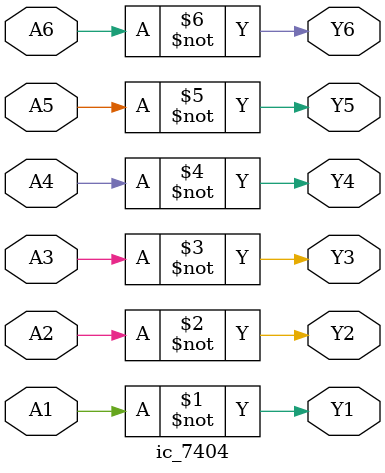
<source format=v>


module ic_7404(
    Y1, A1,
    Y2, A2,
    Y3, A3,
    Y4, A4,
    Y5, A5,
    Y6, A6);
    output Y1, Y2, Y3, Y4, Y5, Y6;
    input A1, A2, A3, A4, A5, A6;

    assign Y1 = ~A1;
    assign Y2 = ~A2;
    assign Y3 = ~A3;
    assign Y4 = ~A4;
    assign Y5 = ~A5;
    assign Y6 = ~A6;

endmodule

</source>
